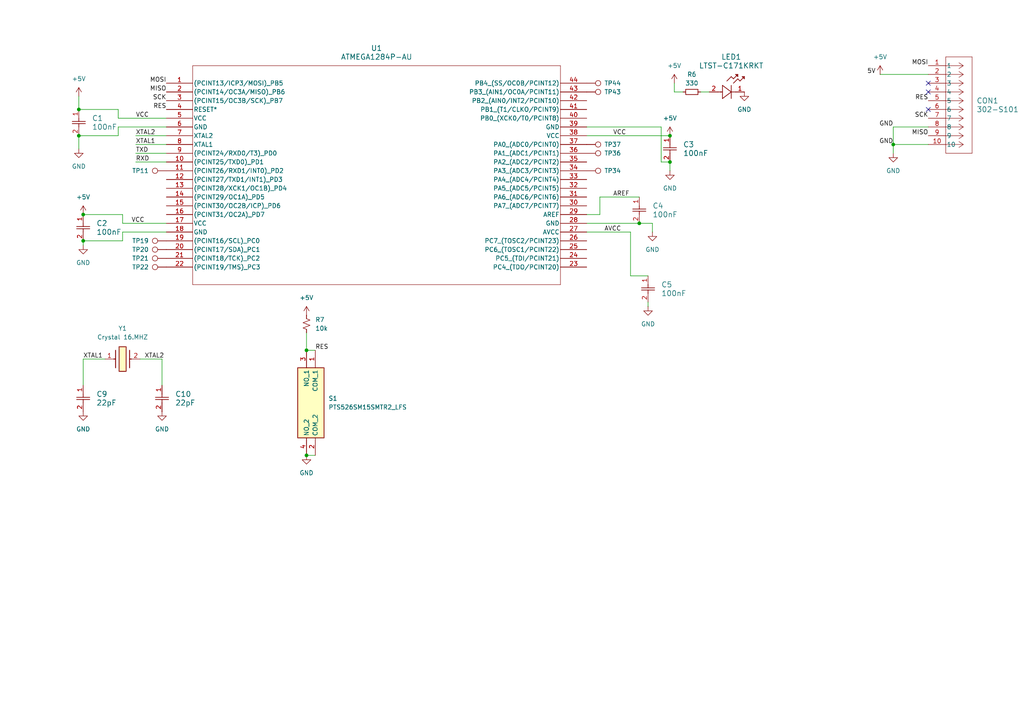
<source format=kicad_sch>
(kicad_sch (version 20250114) (generator "eeschema") (generator_version "9.0")
  (paper "A4")
  (lib_symbols
    (symbol "Connector:TestPoint" (pin_numbers (hide yes)) (pin_names (offset 0.762) (hide yes))
      (property "Reference" "TP" (at 0 6.858 0))
      (property "Value" "TestPoint" (at 0 5.08 0))
      (symbol "TestPoint_0_1"
        (circle (center 0 3.302) (radius 0.762))
      )
      (symbol "TestPoint_1_1"
        (pin passive line (at 0 0 90) (length 2.54) (name "1") (number "1"))
      )
    )
    (symbol "Device:R_Small_US" (pin_numbers (hide yes)) (pin_names (offset 0.254) (hide yes))
      (property "Reference" "R" (at 0.762 0.508 0))
      (property "Value" "R_Small_US" (at 0.762 -1.016 0))
      (symbol "R_Small_US_1_1"
        (polyline (pts (xy 0 1.524) (xy 1.016 1.143) (xy 0 0.762) (xy -1.016 0.381) (xy 0 0)))
        (polyline (pts (xy 0 0) (xy 1.016 -0.381) (xy 0 -0.762) (xy -1.016 -1.143) (xy 0 -1.524)))
        (pin passive line (at 0 2.54 270) (length 1.016) (name "~") (number "1"))
        (pin passive line (at 0 -2.54 90) (length 1.016) (name "~") (number "2"))
      )
    )
    (symbol "power:+5V" (power) (pin_numbers (hide yes)) (pin_names (offset 0) (hide yes))
      (property "Value" "+5V" (at 0 3.556 0))
      (symbol "+5V_0_1"
        (polyline (pts (xy -0.762 1.27) (xy 0 2.54)))
        (polyline (pts (xy 0 2.54) (xy 0.762 1.27)))
        (polyline (pts (xy 0 0) (xy 0 2.54)))
      )
      (symbol "+5V_1_1"
        (pin power_in line (at 0 0 90) (length 0) (name "~") (number "1"))
      )
    )
    (symbol "power:GND" (power) (pin_numbers (hide yes)) (pin_names (offset 0) (hide yes))
      (property "Value" "GND" (at 0 -3.81 0))
      (symbol "GND_0_1"
        (polyline (pts (xy 0 0) (xy 0 -1.27) (xy 1.27 -1.27) (xy 0 -2.54) (xy -1.27 -1.27) (xy 0 -1.27)))
      )
      (symbol "GND_1_1"
        (pin power_in line (at 0 0 270) (length 0) (name "~") (number "1"))
      )
    )
    (symbol "scott_library_kk9:302-S101" (pin_names (offset 0.254))
      (property "Reference" "CON" (at 8.89 6.35 0))
      (property "Value" "302-S101" (at 0 0 0))
      (symbol "302-S101_1_1"
        (polyline (pts (xy 5.08 2.54) (xy 5.08 -25.4)) (stroke (width 0.127)))
        (polyline (pts (xy 5.08 -25.4) (xy 12.7 -25.4)) (stroke (width 0.127)))
        (polyline (pts (xy 10.16 0) (xy 5.08 0)) (stroke (width 0.127)))
        (polyline (pts (xy 10.16 0) (xy 8.89 0.8467)) (stroke (width 0.127)))
        (polyline (pts (xy 10.16 0) (xy 8.89 -0.8467)) (stroke (width 0.127)))
        (polyline (pts (xy 10.16 -2.54) (xy 5.08 -2.54)) (stroke (width 0.127)))
        (polyline (pts (xy 10.16 -2.54) (xy 8.89 -1.6933)) (stroke (width 0.127)))
        (polyline (pts (xy 10.16 -2.54) (xy 8.89 -3.3867)) (stroke (width 0.127)))
        (polyline (pts (xy 10.16 -5.08) (xy 5.08 -5.08)) (stroke (width 0.127)))
        (polyline (pts (xy 10.16 -5.08) (xy 8.89 -4.2333)) (stroke (width 0.127)))
        (polyline (pts (xy 10.16 -5.08) (xy 8.89 -5.9267)) (stroke (width 0.127)))
        (polyline (pts (xy 10.16 -7.62) (xy 5.08 -7.62)) (stroke (width 0.127)))
        (polyline (pts (xy 10.16 -7.62) (xy 8.89 -6.7733)) (stroke (width 0.127)))
        (polyline (pts (xy 10.16 -7.62) (xy 8.89 -8.4667)) (stroke (width 0.127)))
        (polyline (pts (xy 10.16 -10.16) (xy 5.08 -10.16)) (stroke (width 0.127)))
        (polyline (pts (xy 10.16 -10.16) (xy 8.89 -9.3133)) (stroke (width 0.127)))
        (polyline (pts (xy 10.16 -10.16) (xy 8.89 -11.0067)) (stroke (width 0.127)))
        (polyline (pts (xy 10.16 -12.7) (xy 5.08 -12.7)) (stroke (width 0.127)))
        (polyline (pts (xy 10.16 -12.7) (xy 8.89 -11.8533)) (stroke (width 0.127)))
        (polyline (pts (xy 10.16 -12.7) (xy 8.89 -13.5467)) (stroke (width 0.127)))
        (polyline (pts (xy 10.16 -15.24) (xy 5.08 -15.24)) (stroke (width 0.127)))
        (polyline (pts (xy 10.16 -15.24) (xy 8.89 -14.3933)) (stroke (width 0.127)))
        (polyline (pts (xy 10.16 -15.24) (xy 8.89 -16.0867)) (stroke (width 0.127)))
        (polyline (pts (xy 10.16 -17.78) (xy 5.08 -17.78)) (stroke (width 0.127)))
        (polyline (pts (xy 10.16 -17.78) (xy 8.89 -16.9333)) (stroke (width 0.127)))
        (polyline (pts (xy 10.16 -17.78) (xy 8.89 -18.6267)) (stroke (width 0.127)))
        (polyline (pts (xy 10.16 -20.32) (xy 5.08 -20.32)) (stroke (width 0.127)))
        (polyline (pts (xy 10.16 -20.32) (xy 8.89 -19.4733)) (stroke (width 0.127)))
        (polyline (pts (xy 10.16 -20.32) (xy 8.89 -21.1667)) (stroke (width 0.127)))
        (polyline (pts (xy 10.16 -22.86) (xy 5.08 -22.86)) (stroke (width 0.127)))
        (polyline (pts (xy 10.16 -22.86) (xy 8.89 -22.0133)) (stroke (width 0.127)))
        (polyline (pts (xy 10.16 -22.86) (xy 8.89 -23.7067)) (stroke (width 0.127)))
        (polyline (pts (xy 12.7 2.54) (xy 5.08 2.54)) (stroke (width 0.127)))
        (polyline (pts (xy 12.7 -25.4) (xy 12.7 2.54)) (stroke (width 0.127)))
        (pin unspecified line (at 0 0 0) (length 5.08) (name "1") (number "1"))
        (pin unspecified line (at 0 -2.54 0) (length 5.08) (name "2") (number "2"))
        (pin unspecified line (at 0 -5.08 0) (length 5.08) (name "3") (number "3"))
        (pin unspecified line (at 0 -7.62 0) (length 5.08) (name "4") (number "4"))
        (pin unspecified line (at 0 -10.16 0) (length 5.08) (name "5") (number "5"))
        (pin unspecified line (at 0 -12.7 0) (length 5.08) (name "6") (number "6"))
        (pin unspecified line (at 0 -15.24 0) (length 5.08) (name "7") (number "7"))
        (pin unspecified line (at 0 -17.78 0) (length 5.08) (name "8") (number "8"))
        (pin unspecified line (at 0 -20.32 0) (length 5.08) (name "9") (number "9"))
        (pin unspecified line (at 0 -22.86 0) (length 5.08) (name "10") (number "10"))
      )
      (symbol "302-S101_1_2"
        (polyline (pts (xy 5.08 2.54) (xy 5.08 -25.4)) (stroke (width 0.127)))
        (polyline (pts (xy 5.08 -25.4) (xy 12.7 -25.4)) (stroke (width 0.127)))
        (polyline (pts (xy 7.62 0) (xy 5.08 0)) (stroke (width 0.127)))
        (polyline (pts (xy 7.62 0) (xy 8.89 0.8467)) (stroke (width 0.127)))
        (polyline (pts (xy 7.62 0) (xy 8.89 -0.8467)) (stroke (width 0.127)))
        (polyline (pts (xy 7.62 -2.54) (xy 5.08 -2.54)) (stroke (width 0.127)))
        (polyline (pts (xy 7.62 -2.54) (xy 8.89 -1.6933)) (stroke (width 0.127)))
        (polyline (pts (xy 7.62 -2.54) (xy 8.89 -3.3867)) (stroke (width 0.127)))
        (polyline (pts (xy 7.62 -5.08) (xy 5.08 -5.08)) (stroke (width 0.127)))
        (polyline (pts (xy 7.62 -5.08) (xy 8.89 -4.2333)) (stroke (width 0.127)))
        (polyline (pts (xy 7.62 -5.08) (xy 8.89 -5.9267)) (stroke (width 0.127)))
        (polyline (pts (xy 7.62 -7.62) (xy 5.08 -7.62)) (stroke (width 0.127)))
        (polyline (pts (xy 7.62 -7.62) (xy 8.89 -6.7733)) (stroke (width 0.127)))
        (polyline (pts (xy 7.62 -7.62) (xy 8.89 -8.4667)) (stroke (width 0.127)))
        (polyline (pts (xy 7.62 -10.16) (xy 5.08 -10.16)) (stroke (width 0.127)))
        (polyline (pts (xy 7.62 -10.16) (xy 8.89 -9.3133)) (stroke (width 0.127)))
        (polyline (pts (xy 7.62 -10.16) (xy 8.89 -11.0067)) (stroke (width 0.127)))
        (polyline (pts (xy 7.62 -12.7) (xy 5.08 -12.7)) (stroke (width 0.127)))
        (polyline (pts (xy 7.62 -12.7) (xy 8.89 -11.8533)) (stroke (width 0.127)))
        (polyline (pts (xy 7.62 -12.7) (xy 8.89 -13.5467)) (stroke (width 0.127)))
        (polyline (pts (xy 7.62 -15.24) (xy 5.08 -15.24)) (stroke (width 0.127)))
        (polyline (pts (xy 7.62 -15.24) (xy 8.89 -14.3933)) (stroke (width 0.127)))
        (polyline (pts (xy 7.62 -15.24) (xy 8.89 -16.0867)) (stroke (width 0.127)))
        (polyline (pts (xy 7.62 -17.78) (xy 5.08 -17.78)) (stroke (width 0.127)))
        (polyline (pts (xy 7.62 -17.78) (xy 8.89 -16.9333)) (stroke (width 0.127)))
        (polyline (pts (xy 7.62 -17.78) (xy 8.89 -18.6267)) (stroke (width 0.127)))
        (polyline (pts (xy 7.62 -20.32) (xy 5.08 -20.32)) (stroke (width 0.127)))
        (polyline (pts (xy 7.62 -20.32) (xy 8.89 -19.4733)) (stroke (width 0.127)))
        (polyline (pts (xy 7.62 -20.32) (xy 8.89 -21.1667)) (stroke (width 0.127)))
        (polyline (pts (xy 7.62 -22.86) (xy 5.08 -22.86)) (stroke (width 0.127)))
        (polyline (pts (xy 7.62 -22.86) (xy 8.89 -22.0133)) (stroke (width 0.127)))
        (polyline (pts (xy 7.62 -22.86) (xy 8.89 -23.7067)) (stroke (width 0.127)))
        (polyline (pts (xy 12.7 2.54) (xy 5.08 2.54)) (stroke (width 0.127)))
        (polyline (pts (xy 12.7 -25.4) (xy 12.7 2.54)) (stroke (width 0.127)))
        (pin unspecified line (at 0 0 0) (length 5.08) (name "1") (number "1"))
        (pin unspecified line (at 0 -2.54 0) (length 5.08) (name "2") (number "2"))
        (pin unspecified line (at 0 -5.08 0) (length 5.08) (name "3") (number "3"))
        (pin unspecified line (at 0 -7.62 0) (length 5.08) (name "4") (number "4"))
        (pin unspecified line (at 0 -10.16 0) (length 5.08) (name "5") (number "5"))
        (pin unspecified line (at 0 -12.7 0) (length 5.08) (name "6") (number "6"))
        (pin unspecified line (at 0 -15.24 0) (length 5.08) (name "7") (number "7"))
        (pin unspecified line (at 0 -17.78 0) (length 5.08) (name "8") (number "8"))
        (pin unspecified line (at 0 -20.32 0) (length 5.08) (name "9") (number "9"))
        (pin unspecified line (at 0 -22.86 0) (length 5.08) (name "10") (number "10"))
      )
    )
    (symbol "scott_library_kk9:5.1k RES" (pin_names (offset 0.254))
      (property "Reference" "R" (at 5.715 3.81 0))
      (property "Value" "5.1k" (at 6.35 -3.81 0))
      (symbol "5.1k RES_1_1"
        (polyline (pts (xy 2.54 0) (xy 3.175 1.27)) (stroke (width 0.2032)))
        (polyline (pts (xy 3.175 1.27) (xy 4.445 -1.27)) (stroke (width 0.2032)))
        (polyline (pts (xy 4.445 -1.27) (xy 5.715 1.27)) (stroke (width 0.2032)))
        (polyline (pts (xy 5.715 1.27) (xy 6.985 -1.27)) (stroke (width 0.2032)))
        (polyline (pts (xy 6.985 -1.27) (xy 8.255 1.27)) (stroke (width 0.2032)))
        (polyline (pts (xy 8.255 1.27) (xy 9.525 -1.27)) (stroke (width 0.2032)))
        (polyline (pts (xy 9.525 -1.27) (xy 10.16 0)) (stroke (width 0.2032)))
        (pin unspecified line (at 0 0 0) (length 2.54) (name "") (number "2"))
        (pin unspecified line (at 12.7 0 180) (length 2.54) (name "") (number "1"))
      )
      (symbol "5.1k RES_1_2"
        (polyline (pts (xy -1.27 8.255) (xy 1.27 9.525)) (stroke (width 0.2032)))
        (polyline (pts (xy -1.27 5.715) (xy 1.27 6.985)) (stroke (width 0.2032)))
        (polyline (pts (xy -1.27 3.175) (xy 1.27 4.445)) (stroke (width 0.2032)))
        (polyline (pts (xy 0 2.54) (xy -1.27 3.175)) (stroke (width 0.2032)))
        (polyline (pts (xy 1.27 9.525) (xy 0 10.16)) (stroke (width 0.2032)))
        (polyline (pts (xy 1.27 6.985) (xy -1.27 8.255)) (stroke (width 0.2032)))
        (polyline (pts (xy 1.27 4.445) (xy -1.27 5.715)) (stroke (width 0.2032)))
        (pin unspecified line (at 0 12.7 270) (length 2.54) (name "") (number "1"))
        (pin unspecified line (at 0 0 90) (length 2.54) (name "") (number "2"))
      )
    )
    (symbol "scott_library_kk9:ATMEGA1284P-AU" (pin_names (offset 0.254))
      (property "Reference" "U" (at 60.96 10.16 0))
      (property "Value" "ATMEGA1284P-AU" (at 60.96 7.62 0))
      (symbol "ATMEGA1284P-AU_0_1"
        (polyline (pts (xy 7.62 5.08) (xy 7.62 -58.42)) (stroke (width 0.127)))
        (polyline (pts (xy 7.62 -58.42) (xy 114.3 -58.42)) (stroke (width 0.127)))
        (polyline (pts (xy 114.3 5.08) (xy 7.62 5.08)) (stroke (width 0.127)))
        (polyline (pts (xy 114.3 -58.42) (xy 114.3 5.08)) (stroke (width 0.127)))
        (pin bidirectional line (at 0 0 0) (length 7.62) (name "(PCINT13/ICP3/MOSI)_PB5") (number "1"))
        (pin bidirectional line (at 0 -2.54 0) (length 7.62) (name "(PCINT14/OC3A/MISO)_PB6") (number "2"))
        (pin bidirectional line (at 0 -5.08 0) (length 7.62) (name "(PCINT15/OC3B/SCK)_PB7") (number "3"))
        (pin input line (at 0 -7.62 0) (length 7.62) (name "RESET*") (number "4"))
        (pin power_in line (at 0 -10.16 0) (length 7.62) (name "VCC") (number "5"))
        (pin power_in line (at 0 -12.7 0) (length 7.62) (name "GND") (number "6"))
        (pin unspecified line (at 0 -15.24 0) (length 7.62) (name "XTAL2") (number "7"))
        (pin input line (at 0 -17.78 0) (length 7.62) (name "XTAL1") (number "8"))
        (pin bidirectional line (at 0 -20.32 0) (length 7.62) (name "(PCINT24/RXD0/T3)_PD0") (number "9"))
        (pin bidirectional line (at 0 -22.86 0) (length 7.62) (name "(PCINT25/TXD0)_PD1") (number "10"))
        (pin bidirectional line (at 0 -25.4 0) (length 7.62) (name "(PCINT26/RXD1/INT0)_PD2") (number "11"))
        (pin bidirectional line (at 0 -27.94 0) (length 7.62) (name "(PCINT27/TXD1/INT1)_PD3") (number "12"))
        (pin bidirectional line (at 0 -30.48 0) (length 7.62) (name "(PCINT28/XCK1/OC1B)_PD4") (number "13"))
        (pin bidirectional line (at 0 -33.02 0) (length 7.62) (name "(PCINT29/OC1A)_PD5") (number "14"))
        (pin bidirectional line (at 0 -35.56 0) (length 7.62) (name "(PCINT30/OC2B/ICP)_PD6") (number "15"))
        (pin bidirectional line (at 0 -38.1 0) (length 7.62) (name "(PCINT31/OC2A)_PD7") (number "16"))
        (pin power_in line (at 0 -40.64 0) (length 7.62) (name "VCC") (number "17"))
        (pin power_in line (at 0 -43.18 0) (length 7.62) (name "GND") (number "18"))
        (pin bidirectional line (at 0 -45.72 0) (length 7.62) (name "(PCINT16/SCL)_PC0") (number "19"))
        (pin bidirectional line (at 0 -48.26 0) (length 7.62) (name "(PCINT17/SDA)_PC1") (number "20"))
        (pin bidirectional line (at 0 -50.8 0) (length 7.62) (name "(PCINT18/TCK)_PC2") (number "21"))
        (pin bidirectional line (at 0 -53.34 0) (length 7.62) (name "(PCINT19/TMS)_PC3") (number "22"))
        (pin bidirectional line (at 121.92 0 180) (length 7.62) (name "PB4_(SS/OC0B/PCINT12)") (number "44"))
        (pin bidirectional line (at 121.92 -2.54 180) (length 7.62) (name "PB3_(AIN1/OC0A/PCINT11)") (number "43"))
        (pin bidirectional line (at 121.92 -5.08 180) (length 7.62) (name "PB2_(AIN0/INT2/PCINT10)") (number "42"))
        (pin bidirectional line (at 121.92 -7.62 180) (length 7.62) (name "PB1_(T1/CLKO/PCINT9)") (number "41"))
        (pin bidirectional line (at 121.92 -10.16 180) (length 7.62) (name "PB0_(XCK0/T0/PCINT8)") (number "40"))
        (pin power_in line (at 121.92 -12.7 180) (length 7.62) (name "GND") (number "39"))
        (pin power_in line (at 121.92 -15.24 180) (length 7.62) (name "VCC") (number "38"))
        (pin bidirectional line (at 121.92 -17.78 180) (length 7.62) (name "PA0_(ADC0/PCINT0)") (number "37"))
        (pin bidirectional line (at 121.92 -20.32 180) (length 7.62) (name "PA1_(ADC1/PCINT1)") (number "36"))
        (pin bidirectional line (at 121.92 -22.86 180) (length 7.62) (name "PA2_(ADC2/PCINT2)") (number "35"))
        (pin bidirectional line (at 121.92 -25.4 180) (length 7.62) (name "PA3_(ADC3/PCINT3)") (number "34"))
        (pin bidirectional line (at 121.92 -27.94 180) (length 7.62) (name "PA4_(ADC4/PCINT4)") (number "33"))
        (pin bidirectional line (at 121.92 -30.48 180) (length 7.62) (name "PA5_(ADC5/PCINT5)") (number "32"))
        (pin bidirectional line (at 121.92 -33.02 180) (length 7.62) (name "PA6_(ADC6/PCINT6)") (number "31"))
        (pin bidirectional line (at 121.92 -35.56 180) (length 7.62) (name "PA7_(ADC7/PCINT7)") (number "30"))
        (pin unspecified line (at 121.92 -38.1 180) (length 7.62) (name "AREF") (number "29"))
        (pin power_in line (at 121.92 -40.64 180) (length 7.62) (name "GND") (number "28"))
        (pin power_in line (at 121.92 -43.18 180) (length 7.62) (name "AVCC") (number "27"))
        (pin bidirectional line (at 121.92 -45.72 180) (length 7.62) (name "PC7_(TOSC2/PCINT23)") (number "26"))
        (pin bidirectional line (at 121.92 -48.26 180) (length 7.62) (name "PC6_(TOSC1/PCINT22)") (number "25"))
        (pin bidirectional line (at 121.92 -50.8 180) (length 7.62) (name "PC5_(TDI/PCINT21)") (number "24"))
        (pin bidirectional line (at 121.92 -53.34 180) (length 7.62) (name "PC4_(TDO/PCINT20)") (number "23"))
      )
    )
    (symbol "scott_library_kk9:C1206C104K5RACTU" (pin_names (offset 0.254))
      (property "Reference" "C" (at 3.81 3.81 0))
      (property "Value" "100nF" (at 3.81 -3.81 0))
      (symbol "C1206C104K5RACTU_1_1"
        (polyline (pts (xy 2.54 0) (xy 3.4798 0)) (stroke (width 0.2032)))
        (polyline (pts (xy 3.4798 -1.905) (xy 3.4798 1.905)) (stroke (width 0.2032)))
        (polyline (pts (xy 4.1148 0) (xy 5.08 0)) (stroke (width 0.2032)))
        (polyline (pts (xy 4.1148 -1.905) (xy 4.1148 1.905)) (stroke (width 0.2032)))
        (pin unspecified line (at 0 0 0) (length 2.54) (name "") (number "1"))
        (pin unspecified line (at 7.62 0 180) (length 2.54) (name "") (number "2"))
      )
      (symbol "C1206C104K5RACTU_1_2"
        (polyline (pts (xy -1.905 -3.4798) (xy 1.905 -3.4798)) (stroke (width 0.2032)))
        (polyline (pts (xy -1.905 -4.1148) (xy 1.905 -4.1148)) (stroke (width 0.2032)))
        (polyline (pts (xy 0 -2.54) (xy 0 -3.4798)) (stroke (width 0.2032)))
        (polyline (pts (xy 0 -4.1148) (xy 0 -5.08)) (stroke (width 0.2032)))
        (pin unspecified line (at 0 0 270) (length 2.54) (name "") (number "1"))
        (pin unspecified line (at 0 -7.62 90) (length 2.54) (name "") (number "2"))
      )
    )
    (symbol "scott_library_kk9:Crystal 16.MHZ " (pin_names (hide yes))
      (property "Reference" "Y" (at 8.89 6.35 0))
      (property "Value" "Crystal 16.MHZ" (at 8.89 3.81 0))
      (symbol "Crystal 16.MHZ _1_1"
        (polyline (pts (xy 3.048 2.54) (xy 3.048 -2.54)) (stroke (width 0.254)))
        (polyline (pts (xy 3.048 0) (xy 2.54 0)) (stroke (width 0.254)))
        (rectangle (start 4.064 3.556) (end 6.096 -3.556) (stroke (width 0.254)) (fill (type background)))
        (polyline (pts (xy 7.112 2.54) (xy 7.112 -2.54)) (stroke (width 0.254)))
        (polyline (pts (xy 7.112 0) (xy 7.62 0)) (stroke (width 0.254)))
        (pin passive line (at 0 0 0) (length 2.54) (name "1") (number "1"))
        (pin passive line (at 10.16 0 180) (length 2.54) (name "2") (number "2"))
      )
    )
    (symbol "scott_library_kk9:LED_RED_0805" (pin_names (offset 0.254))
      (property "Reference" "LED" (at 5.08 -4.445 0))
      (property "Value" "LTST-C171KRKT" (at 5.08 -7.62 0))
      (symbol "LED_RED_0805_1_1"
        (polyline (pts (xy 2.54 0) (xy 3.4798 0)) (stroke (width 0.2032)))
        (polyline (pts (xy 3.175 0) (xy 3.81 0)) (stroke (width 0.2032)))
        (polyline (pts (xy 3.81 1.905) (xy 3.81 -1.905)) (stroke (width 0.2032)))
        (polyline (pts (xy 3.81 -1.905) (xy 6.35 0)) (stroke (width 0.2032)))
        (polyline (pts (xy 5.08 3.175) (xy 6.35 4.445)) (stroke (width 0.2032)))
        (polyline (pts (xy 6.35 4.445) (xy 6.985 3.81)) (stroke (width 0.2032)))
        (polyline (pts (xy 6.35 0) (xy 3.81 1.905)) (stroke (width 0.2032)))
        (polyline (pts (xy 6.35 0) (xy 7.62 0)) (stroke (width 0.2032)))
        (polyline (pts (xy 6.35 -1.905) (xy 6.35 1.905)) (stroke (width 0.2032)))
        (polyline (pts (xy 6.985 3.81) (xy 8.255 5.08)) (stroke (width 0.2032)))
        (polyline (pts (xy 6.985 2.54) (xy 8.255 3.81)) (stroke (width 0.2032)))
        (polyline (pts (xy 7.62 5.08) (xy 8.255 4.445)) (stroke (width 0.2032)))
        (polyline (pts (xy 8.255 5.08) (xy 7.62 5.08)) (stroke (width 0.2032)))
        (polyline (pts (xy 8.255 4.445) (xy 8.255 5.08)) (stroke (width 0.2032)))
        (polyline (pts (xy 8.255 3.81) (xy 8.89 3.175)) (stroke (width 0.2032)))
        (polyline (pts (xy 8.89 3.175) (xy 10.16 4.445)) (stroke (width 0.2032)))
        (polyline (pts (xy 9.525 4.445) (xy 10.16 3.81)) (stroke (width 0.2032)))
        (polyline (pts (xy 10.16 4.445) (xy 9.525 4.445)) (stroke (width 0.2032)))
        (polyline (pts (xy 10.16 3.81) (xy 10.16 4.445)) (stroke (width 0.2032)))
        (pin unspecified line (at 0 0 0) (length 2.54) (name "") (number "2"))
        (pin unspecified line (at 10.16 0 180) (length 2.54) (name "") (number "1"))
      )
      (symbol "LED_RED_0805_1_2"
        (polyline (pts (xy -5.08 8.255) (xy -5.08 7.62)) (stroke (width 0.2032)))
        (polyline (pts (xy -5.08 7.62) (xy -4.445 8.255)) (stroke (width 0.2032)))
        (polyline (pts (xy -4.445 10.16) (xy -4.445 9.525)) (stroke (width 0.2032)))
        (polyline (pts (xy -4.445 9.525) (xy -3.81 10.16)) (stroke (width 0.2032)))
        (polyline (pts (xy -4.445 8.255) (xy -5.08 8.255)) (stroke (width 0.2032)))
        (polyline (pts (xy -4.445 6.35) (xy -3.81 6.985)) (stroke (width 0.2032)))
        (polyline (pts (xy -3.81 10.16) (xy -4.445 10.16)) (stroke (width 0.2032)))
        (polyline (pts (xy -3.81 8.255) (xy -3.175 8.89)) (stroke (width 0.2032)))
        (polyline (pts (xy -3.81 6.985) (xy -5.08 8.255)) (stroke (width 0.2032)))
        (polyline (pts (xy -3.175 8.89) (xy -4.445 10.16)) (stroke (width 0.2032)))
        (polyline (pts (xy -3.175 5.08) (xy -4.445 6.35)) (stroke (width 0.2032)))
        (polyline (pts (xy -2.54 6.985) (xy -3.81 8.255)) (stroke (width 0.2032)))
        (polyline (pts (xy -1.905 3.81) (xy 1.905 3.81)) (stroke (width 0.2032)))
        (polyline (pts (xy 0 6.35) (xy -1.905 3.81)) (stroke (width 0.2032)))
        (polyline (pts (xy 0 6.35) (xy 0 7.62)) (stroke (width 0.2032)))
        (polyline (pts (xy 0 3.175) (xy 0 3.81)) (stroke (width 0.2032)))
        (polyline (pts (xy 0 2.54) (xy 0 3.4798)) (stroke (width 0.2032)))
        (polyline (pts (xy 1.905 6.35) (xy -1.905 6.35)) (stroke (width 0.2032)))
        (polyline (pts (xy 1.905 3.81) (xy 0 6.35)) (stroke (width 0.2032)))
        (pin unspecified line (at 0 10.16 270) (length 2.54) (name "") (number "1"))
        (pin unspecified line (at 0 0 90) (length 2.54) (name "") (number "2"))
      )
    )
    (symbol "scott_library_kk9:R_Small" (pin_numbers (hide yes)) (pin_names (offset 0.254) (hide yes))
      (property "Reference" "R3" (at 3.556 0.508 90))
      (property "Value" "33k" (at 6.096 0.508 90))
      (symbol "R_Small_0_1"
        (rectangle (start -0.762 1.778) (end 0.762 -1.778) (stroke (width 0.2032)))
      )
      (symbol "R_Small_1_1"
        (pin passive line (at 0 2.54 270) (length 0.762) (name "~") (number "1"))
        (pin passive line (at 0 -2.54 90) (length 0.762) (name "~") (number "2"))
      )
    )
    (symbol "scott_library_kk9:USB2.0_Serial" (pin_names (offset 1.016))
      (property "Reference" "U" (at -12.7304 25.4438 0))
      (property "Value" "FT231XS-U" (at -12.7114 -30.4954 0))
      (symbol "USB2.0_Serial_0_0"
        (rectangle (start -12.7 -25.4) (end 12.7 22.86) (stroke (width 0.254)) (fill (type background)))
        (pin input line (at -17.78 12.7 0) (length 5.08) (name "~{RESET}#") (number "14"))
        (pin input line (at -17.78 10.16 0) (length 5.08) (name "USBDM") (number "12"))
        (pin input line (at -17.78 7.62 0) (length 5.08) (name "USBDP") (number "11"))
        (pin input line (at -17.78 5.08 0) (length 5.08) (name "RXD") (number "4"))
        (pin input line (at -17.78 2.54 0) (length 5.08) (name "~{CTS}#") (number "9"))
        (pin input line (at -17.78 0 0) (length 5.08) (name "~{DSR}#") (number "7"))
        (pin input line (at -17.78 -2.54 0) (length 5.08) (name "~{DCD}#") (number "8"))
        (pin input line (at -17.78 -5.08 0) (length 5.08) (name "~{RI}#") (number "5"))
        (pin bidirectional line (at -17.78 -10.16 0) (length 5.08) (name "CBUS0") (number "18"))
        (pin bidirectional line (at -17.78 -12.7 0) (length 5.08) (name "CBUS1") (number "17"))
        (pin bidirectional line (at -17.78 -15.24 0) (length 5.08) (name "CBUS2") (number "10"))
        (pin bidirectional line (at -17.78 -17.78 0) (length 5.08) (name "CBUS3") (number "19"))
        (pin power_in line (at 17.78 20.32 180) (length 5.08) (name "VCC") (number "15"))
        (pin power_in line (at 17.78 17.78 180) (length 5.08) (name "VCCIO") (number "3"))
        (pin power_in line (at 17.78 15.24 180) (length 5.08) (name "3V3OUT") (number "13"))
        (pin output line (at 17.78 2.54 180) (length 5.08) (name "TXD") (number "20"))
        (pin output line (at 17.78 0 180) (length 5.08) (name "~{RTS}#") (number "2"))
        (pin output line (at 17.78 -2.54 180) (length 5.08) (name "~{DTR}#") (number "1"))
        (pin power_in line (at 17.78 -20.32 180) (length 5.08) (name "GND") (number "6"))
        (pin power_in line (at 17.78 -22.86 180) (length 5.08) (name "GND__1") (number "16"))
      )
    )
    (symbol "scott_library_kk9:USB4085-GF-A_REVB" (pin_names (offset 1.016))
      (property "Reference" "J" (at -5.08 18.288 0))
      (property "Value" "USB4085-GF-A_REVB" (at -5.08 -43.18 0))
      (symbol "USB4085-GF-A_REVB_0_0"
        (rectangle (start -5.08 -40.64) (end 5.08 17.78) (stroke (width 0.254)) (fill (type background)))
        (pin power_in line (at -10.16 15.24 0) (length 5.08) (name "VBUS") (number "A4"))
        (pin power_in line (at -10.16 12.7 0) (length 5.08) (name "VBUS__1") (number "A9"))
        (pin power_in line (at -10.16 10.16 0) (length 5.08) (name "VBUS__2") (number "B4"))
        (pin power_in line (at -10.16 7.62 0) (length 5.08) (name "VBUS__3") (number "B9"))
        (pin bidirectional line (at -10.16 2.54 0) (length 5.08) (name "CC1") (number "A5"))
        (pin bidirectional line (at -10.16 0 0) (length 5.08) (name "CC2") (number "B5"))
        (pin bidirectional line (at -10.16 -2.54 0) (length 5.08) (name "DP1") (number "A6"))
        (pin bidirectional line (at -10.16 -5.08 0) (length 5.08) (name "DP2") (number "B6"))
        (pin bidirectional line (at -10.16 -7.62 0) (length 5.08) (name "DN1") (number "A7"))
        (pin bidirectional line (at -10.16 -10.16 0) (length 5.08) (name "DN2") (number "B7"))
        (pin bidirectional line (at -10.16 -12.7 0) (length 5.08) (name "SBU1") (number "A8"))
        (pin bidirectional line (at -10.16 -15.24 0) (length 5.08) (name "SBU2") (number "B8"))
        (pin passive line (at -10.16 -20.32 0) (length 5.08) (name "SHELL") (number "S1"))
        (pin passive line (at -10.16 -22.86 0) (length 5.08) (name "SHELL__1") (number "S2"))
        (pin passive line (at -10.16 -25.4 0) (length 5.08) (name "SHELL__2") (number "S3"))
        (pin passive line (at -10.16 -27.94 0) (length 5.08) (name "SHELL__3") (number "S4"))
        (pin power_in line (at -10.16 -30.48 0) (length 5.08) (name "GND") (number "A1"))
        (pin power_in line (at -10.16 -33.02 0) (length 5.08) (name "GND__1") (number "A12"))
        (pin power_in line (at -10.16 -35.56 0) (length 5.08) (name "GND__2") (number "B1"))
        (pin power_in line (at -10.16 -38.1 0) (length 5.08) (name "GND__3") (number "B12"))
      )
    )
    (symbol "scott_library_kk9:sm_button"
      (property "Reference" "S" (at 26.67 7.62 0))
      (property "Value" "PTS526SM15SMTR2_LFS" (at 26.67 5.08 0))
      (symbol "sm_button_1_1"
        (rectangle (start 5.08 2.54) (end 25.4 -5.08) (stroke (width 0.254)) (fill (type background)))
        (pin passive line (at 0 0 0) (length 5.08) (name "COM_1") (number "1"))
        (pin passive line (at 0 -2.54 0) (length 5.08) (name "NO_1") (number "3"))
        (pin passive line (at 30.48 0 180) (length 5.08) (name "COM_2") (number "2"))
        (pin passive line (at 30.48 -2.54 180) (length 5.08) (name "NO_2") (number "4"))
      )
    )
  )
  (junction (at 455.93 127))
  (junction (at 459.74 144.78))
  (junction (at 430.53 139.7))
  (junction (at 455.93 129.54))
  (junction (at 24.13 69.85))
  (junction (at 88.9 101.6))
  (junction (at 455.93 172.72))
  (junction (at 455.93 124.46))
  (junction (at 455.93 167.64))
  (junction (at 194.31 39.37))
  (junction (at 363.22 189.23))
  (junction (at 459.74 149.86))
  (junction (at 455.93 162.56))
  (junction (at 455.93 177.8))
  (junction (at 24.13 62.23))
  (junction (at 194.31 46.99))
  (junction (at 259.08 41.91))
  (junction (at 365.76 146.05))
  (junction (at 455.93 170.18))
  (junction (at 185.42 64.77))
  (junction (at 455.93 165.1))
  (junction (at 22.86 39.37))
  (junction (at 455.93 175.26))
  (junction (at 22.86 31.75))
  (junction (at 88.9 132.08))
  (no_connect (at 327.66 171.45))
  (no_connect (at 327.66 168.91))
  (no_connect (at 327.66 176.53))
  (no_connect (at 459.74 154.94))
  (no_connect (at 363.22 151.13))
  (no_connect (at 459.74 152.4))
  (no_connect (at 269.24 31.75))
  (no_connect (at 327.66 163.83))
  (no_connect (at 327.66 184.15))
  (no_connect (at 269.24 26.67))
  (no_connect (at 327.66 181.61))
  (no_connect (at 327.66 166.37))
  (no_connect (at 269.24 24.13))
  (no_connect (at 327.66 179.07))
  (no_connect (at 327.66 153.67))
  (no_connect (at 363.22 166.37))
  (wire (pts (xy 459.74 160.02) (xy 455.93 160.02)))
  (wire (pts (xy 455.93 160.02) (xy 455.93 162.56)))
  (wire (pts (xy 34.29 36.83) (xy 48.26 36.83)))
  (wire (pts (xy 191.77 36.83) (xy 191.77 46.99)))
  (wire (pts (xy 170.18 64.77) (xy 185.42 64.77)))
  (wire (pts (xy 455.93 149.86) (xy 459.74 149.86)))
  (wire (pts (xy 34.29 34.29) (xy 48.26 34.29)))
  (wire (pts (xy 459.74 132.08) (xy 455.93 132.08)))
  (wire (pts (xy 455.93 144.78) (xy 459.74 144.78)))
  (wire (pts (xy 35.56 69.85) (xy 35.56 67.31)))
  (wire (pts (xy 203.2 26.67) (xy 205.74 26.67)))
  (wire (pts (xy 449.58 137.16) (xy 459.74 137.16)))
  (wire (pts (xy 34.29 31.75) (xy 34.29 34.29)))
  (wire (pts (xy 363.22 168.91) (xy 370.84 168.91)))
  (wire (pts (xy 35.56 62.23) (xy 35.56 64.77)))
  (wire (pts (xy 195.58 24.13) (xy 195.58 26.67)))
  (wire (pts (xy 170.18 62.23) (xy 173.99 62.23)))
  (wire (pts (xy 455.93 165.1) (xy 455.93 167.64)))
  (wire (pts (xy 455.93 165.1) (xy 459.74 165.1)))
  (wire (pts (xy 430.53 137.16) (xy 430.53 139.7)))
  (wire (pts (xy 34.29 39.37) (xy 34.29 36.83)))
  (wire (pts (xy 455.93 129.54) (xy 455.93 127)))
  (wire (pts (xy 34.29 39.37) (xy 22.86 39.37)))
  (wire (pts (xy 317.5 158.75) (xy 327.66 158.75)))
  (wire (pts (xy 363.22 186.69) (xy 363.22 189.23)))
  (wire (pts (xy 455.93 175.26) (xy 455.93 177.8)))
  (wire (pts (xy 40.64 104.14) (xy 46.99 104.14)))
  (wire (pts (xy 35.56 64.77) (xy 48.26 64.77)))
  (wire (pts (xy 455.93 124.46) (xy 459.74 124.46)))
  (wire (pts (xy 195.58 26.67) (xy 198.12 26.67)))
  (wire (pts (xy 459.74 144.78) (xy 459.74 142.24)))
  (wire (pts (xy 39.37 44.45) (xy 48.26 44.45)))
  (wire (pts (xy 259.08 36.83) (xy 269.24 36.83)))
  (wire (pts (xy 24.13 69.85) (xy 35.56 69.85)))
  (wire (pts (xy 22.86 31.75) (xy 34.29 31.75)))
  (wire (pts (xy 170.18 67.31) (xy 182.88 67.31)))
  (wire (pts (xy 88.9 101.6) (xy 91.44 101.6)))
  (wire (pts (xy 173.99 57.15) (xy 173.99 62.23)))
  (wire (pts (xy 459.74 170.18) (xy 455.93 170.18)))
  (wire (pts (xy 88.9 96.52) (xy 88.9 101.6)))
  (wire (pts (xy 365.76 146.05) (xy 363.22 146.05)))
  (wire (pts (xy 259.08 41.91) (xy 259.08 44.45)))
  (wire (pts (xy 46.99 104.14) (xy 46.99 111.76)))
  (wire (pts (xy 430.53 139.7) (xy 430.53 143.51)))
  (wire (pts (xy 365.76 148.59) (xy 365.76 146.05)))
  (wire (pts (xy 182.88 80.01) (xy 187.96 80.01)))
  (wire (pts (xy 455.93 172.72) (xy 459.74 172.72)))
  (wire (pts (xy 455.93 162.56) (xy 459.74 162.56)))
  (wire (pts (xy 459.74 139.7) (xy 449.58 139.7)))
  (wire (pts (xy 455.93 172.72) (xy 455.93 175.26)))
  (wire (pts (xy 455.93 177.8) (xy 459.74 177.8)))
  (wire (pts (xy 436.88 137.16) (xy 430.53 137.16)))
  (wire (pts (xy 455.93 129.54) (xy 459.74 129.54)))
  (wire (pts (xy 317.5 156.21) (xy 327.66 156.21)))
  (wire (pts (xy 35.56 67.31) (xy 48.26 67.31)))
  (wire (pts (xy 189.23 64.77) (xy 189.23 67.31)))
  (wire (pts (xy 24.13 111.76) (xy 24.13 104.14)))
  (wire (pts (xy 363.22 148.59) (xy 365.76 148.59)))
  (wire (pts (xy 39.37 39.37) (xy 48.26 39.37)))
  (wire (pts (xy 88.9 132.08) (xy 91.44 132.08)))
  (wire (pts (xy 259.08 36.83) (xy 259.08 41.91)))
  (wire (pts (xy 22.86 39.37) (xy 22.86 43.18)))
  (wire (pts (xy 187.96 88.9) (xy 187.96 87.63)))
  (wire (pts (xy 455.93 167.64) (xy 455.93 170.18)))
  (wire (pts (xy 170.18 36.83) (xy 191.77 36.83)))
  (wire (pts (xy 185.42 64.77) (xy 189.23 64.77)))
  (wire (pts (xy 365.76 189.23) (xy 363.22 189.23)))
  (wire (pts (xy 459.74 147.32) (xy 459.74 149.86)))
  (wire (pts (xy 39.37 41.91) (xy 48.26 41.91)))
  (wire (pts (xy 24.13 69.85) (xy 24.13 71.12)))
  (wire (pts (xy 455.93 132.08) (xy 455.93 129.54)))
  (wire (pts (xy 185.42 57.15) (xy 173.99 57.15)))
  (wire (pts (xy 194.31 49.53) (xy 194.31 46.99)))
  (wire (pts (xy 430.53 139.7) (xy 436.88 139.7)))
  (wire (pts (xy 24.13 104.14) (xy 30.48 104.14)))
  (wire (pts (xy 191.77 46.99) (xy 194.31 46.99)))
  (wire (pts (xy 170.18 39.37) (xy 194.31 39.37)))
  (wire (pts (xy 255.27 21.59) (xy 269.24 21.59)))
  (wire (pts (xy 455.93 127) (xy 455.93 124.46)))
  (wire (pts (xy 39.37 46.99) (xy 48.26 46.99)))
  (wire (pts (xy 455.93 162.56) (xy 455.93 165.1)))
  (wire (pts (xy 455.93 170.18) (xy 455.93 172.72)))
  (wire (pts (xy 259.08 41.91) (xy 269.24 41.91)))
  (wire (pts (xy 317.5 161.29) (xy 327.66 161.29)))
  (wire (pts (xy 363.22 163.83) (xy 368.3 163.83)))
  (wire (pts (xy 182.88 67.31) (xy 182.88 80.01)))
  (wire (pts (xy 455.93 167.64) (xy 459.74 167.64)))
  (wire (pts (xy 455.93 127) (xy 459.74 127)))
  (wire (pts (xy 378.46 168.91) (xy 387.35 168.91)))
  (wire (pts (xy 455.93 175.26) (xy 459.74 175.26)))
  (wire (pts (xy 24.13 62.23) (xy 35.56 62.23)))
  (wire (pts (xy 22.86 27.94) (xy 22.86 31.75)))
  (label "RES" (at 48.26 31.75 180))
  (label "VCC" (at 38.1 64.77 0))
  (label "D_P" (at 317.5 158.75 0))
  (label "RES" (at 387.35 168.91 180))
  (label "D_P" (at 455.93 144.78 180))
  (label "D_N" (at 317.5 156.21 0))
  (label "SCK" (at 48.26 29.21 180))
  (label "RES" (at 91.44 101.6 0))
  (label "MOSI" (at 269.24 19.05 180))
  (label "GND" (at 259.08 41.91 180))
  (label "AREF" (at 177.8 57.15 0))
  (label "TXD" (at 39.37 44.45 0))
  (label "RXD" (at 364.49 163.83 0))
  (label "5V" (at 254 21.59 180))
  (label "TXD" (at 317.5 161.29 0))
  (label "XTAL2" (at 39.37 39.37 0))
  (label "RES" (at 269.24 29.21 180))
  (label "MISO" (at 48.26 26.67 180))
  (label "XTAL2" (at 41.91 104.14 0))
  (label "VCC" (at 39.37 34.29 0))
  (label "AVCC" (at 175.26 67.31 0))
  (label "XTAL1" (at 24.13 104.14 0))
  (label "MISO" (at 269.24 39.37 180))
  (label "VCC" (at 177.8 39.37 0))
  (label "XTAL1" (at 39.37 41.91 0))
  (label "RXD" (at 39.37 46.99 0))
  (label "MOSI" (at 48.26 24.13 180))
  (label "SCK" (at 269.24 34.29 180))
  (label "D_N" (at 455.93 149.86 180))
  (label "GND" (at 259.08 36.83 180))
  (symbol (lib_id "Device:R_Small_US") (at 88.9 93.98 0) (unit 1)
    (property "Reference" "R7" (at 91.44 92.7099 0) (effects (justify left)))
    (property "Value" "10k" (at 91.44 95.2499 0) (effects (justify left)))
    (property "Footprint" "Resistor_SMD:R_2010_5025Metric" (effects (hide yes)))
    (property "Description" "Resistor, small US symbol" (effects (hide yes)))
  )
  (symbol (lib_id "power:GND") (at 46.99 119.38 0) (unit 1)
    (property "Reference" "#PWR030" (effects (hide yes)))
    (property "Value" "GND" (at 46.99 124.46 0))
    (property "Description" "Power symbol creates a global label with name \"GND\" , ground" (effects (hide yes)))
  )
  (symbol (lib_id "Connector:TestPoint") (at 170.18 44.45 270) (unit 1)
    (property "Reference" "TP36" (at 175.26 44.45 90) (effects (justify left)))
    (property "Value" "TestPoint" (effects (hide yes)))
    (property "Footprint" "TestPoint:TestPoint_Pad_2.0x2.0mm" (effects (hide yes)))
    (property "Description" "test point" (effects (hide yes)))
  )
  (symbol (lib_id "power:GND") (at 88.9 132.08 0) (unit 1)
    (property "Reference" "#PWR032" (effects (hide yes)))
    (property "Value" "GND" (at 88.9 137.16 0))
    (property "Description" "Power symbol creates a global label with name \"GND\" , ground" (effects (hide yes)))
  )
  (symbol (lib_id "scott_library_kk9:USB2.0_Serial") (at 345.44 166.37 0) (unit 1)
    (property "Reference" "U4" (at 345.44 139.7 0))
    (property "Value" "FT231XS-U" (at 345.44 142.24 0))
    (property "Footprint" "scott_footprint_library:USB2.0 Serial" (effects (hide yes)))
    (property "Description" "USB Bridge, USB to UART USB 2.0 UART Interface 20-SSOP" (effects (hide yes)))
    (property "PARTREV" "1.2" (effects (hide yes)))
    (property "STANDARD" "IPC-7351B" (effects (hide yes)))
    (property "SNAPEDA_PACKAGE_ID" "5544" (effects (hide yes)))
    (property "MANUFACTURER" "FTDI" (effects (hide yes)))
  )
  (symbol (lib_id "Connector:TestPoint") (at 48.26 77.47 90) (unit 1)
    (property "Reference" "TP22" (at 43.18 77.47 90) (effects (justify left)))
    (property "Value" "TestPoint" (effects (hide yes)))
    (property "Footprint" "TestPoint:TestPoint_Pad_2.0x2.0mm" (effects (hide yes)))
    (property "Description" "test point" (effects (hide yes)))
  )
  (symbol (lib_id "power:+5V") (at 88.9 91.44 0) (unit 1)
    (property "Reference" "#PWR031" (effects (hide yes)))
    (property "Value" "+5V" (at 88.9 86.36 0))
    (property "Description" "Power symbol creates a global label with name \"+5V\"" (effects (hide yes)))
  )
  (symbol (lib_id "scott_library_kk9:sm_button") (at 91.44 101.6 270) (unit 1)
    (property "Reference" "S1" (at 95.25 115.5699 90) (effects (justify left)))
    (property "Value" "PTS526SM15SMTR2_LFS" (at 95.25 118.1099 90) (effects (justify left)))
    (property "Footprint" "scott_footprint_library:small_button" (effects (hide yes)))
    (property "Datasheet" "https://www.ckswitches.com/media/2780/pts526.pdf" (effects (hide yes)))
    (property "Description" "Tactile Switches 50mA 12VDC, 5.2x5.2mm, 1.5mm H, 160gf, G leads, No ground pin, metal actuator" (effects (hide yes)))
    (property "Height" "1.65" (effects (hide yes)))
    (property "Mouser Part Number" "611-PTS526SM15SMTR2L" (effects (hide yes)))
    (property "Mouser Price/Stock" "https://www.mouser.co.uk/ProductDetail/CK/PTS526SM15SMTR2-LFS?qs=Imq1NPwxi75LpUh6FiCy2w%3D%3D" (effects (hide yes)))
    (property "Manufacturer_Name" "C & K COMPONENTS" (effects (hide yes)))
    (property "Manufacturer_Part_Number" "PTS526SM15SMTR2 LFS" (effects (hide yes)))
  )
  (symbol (lib_id "Connector:TestPoint") (at 48.26 49.53 90) (unit 1)
    (property "Reference" "TP11" (at 43.18 49.53 90) (effects (justify left)))
    (property "Value" "TestPoint" (effects (hide yes)))
    (property "Footprint" "TestPoint:TestPoint_Pad_2.0x2.0mm" (effects (hide yes)))
    (property "Description" "test point" (effects (hide yes)))
  )
  (symbol (lib_id "power:+5V") (at 195.58 24.13 0) (unit 1)
    (property "Reference" "#PWR028" (effects (hide yes)))
    (property "Value" "+5V" (at 195.58 19.05 0))
    (property "Description" "Power symbol creates a global label with name \"+5V\"" (effects (hide yes)))
  )
  (symbol (lib_id "scott_library_kk9:C1206C104K5RACTU") (at 370.84 168.91 0) (unit 1)
    (property "Reference" "C11" (at 371.094 166.116 0) (effects (font (size 1.524 1.524)) (justify left)))
    (property "Value" "100nF" (at 375.412 166.116 0) (effects (font (size 1.524 1.524)) (justify left)))
    (property "Footprint" "scott_footprint_library:CAPC340180_88N_KEM-L" (effects (hide yes)))
    (property "Datasheet" "https://content.kemet.com/datasheets/KEM_C1002_X7R_SMD.pdf" (effects (hide yes)))
    (property "Description" "1206 100nF CAP" (effects (hide yes)))
    (property "part_number" "C1206C104K5RACTU" (effects (hide yes)))
  )
  (symbol (lib_id "power:GND") (at 430.53 143.51 0) (unit 1)
    (property "Reference" "#PWR013" (effects (hide yes)))
    (property "Value" "GND" (at 430.53 148.59 0))
    (property "Description" "Power symbol creates a global label with name \"GND\" , ground" (effects (hide yes)))
  )
  (symbol (lib_id "power:GND") (at 187.96 88.9 0) (unit 1)
    (property "Reference" "#PWR08" (effects (hide yes)))
    (property "Value" "GND" (at 187.96 93.98 0))
    (property "Description" "Power symbol creates a global label with name \"GND\" , ground" (effects (hide yes)))
  )
  (symbol (lib_id "power:GND") (at 24.13 119.38 0) (unit 1)
    (property "Reference" "#PWR029" (effects (hide yes)))
    (property "Value" "GND" (at 24.13 124.46 0))
    (property "Description" "Power symbol creates a global label with name \"GND\" , ground" (effects (hide yes)))
  )
  (symbol (lib_id "scott_library_kk9:302-S101") (at 269.24 19.05 0) (unit 1)
    (property "Reference" "CON1" (at 283.21 29.2099 0) (effects (font (size 1.524 1.524)) (justify left)))
    (property "Value" "302-S101" (at 283.21 31.7499 0) (effects (font (size 1.524 1.524)) (justify left)))
    (property "Footprint" "scott_footprint_library:CONN10_302-S101_OST" (effects (hide yes)))
    (property "Datasheet" "302-S101" (effects (hide yes)))
    (property "Description" "10 pin header" (effects (hide yes)))
  )
  (symbol (lib_id "power:GND") (at 194.31 49.53 0) (unit 1)
    (property "Reference" "#PWR03" (effects (hide yes)))
    (property "Value" "GND" (at 194.31 54.61 0))
    (property "Description" "Power symbol creates a global label with name \"GND\" , ground" (effects (hide yes)))
  )
  (symbol (lib_id "Connector:TestPoint") (at 48.26 69.85 90) (unit 1)
    (property "Reference" "TP19" (at 43.18 69.85 90) (effects (justify left)))
    (property "Value" "TestPoint" (effects (hide yes)))
    (property "Footprint" "TestPoint:TestPoint_Pad_2.0x2.0mm" (effects (hide yes)))
    (property "Description" "test point" (effects (hide yes)))
  )
  (symbol (lib_id "scott_library_kk9:C1206C104K5RACTU") (at 46.99 111.76 270) (unit 1)
    (property "Reference" "C10" (at 50.8 114.2999 90) (effects (font (size 1.524 1.524)) (justify left)))
    (property "Value" "22pF" (at 50.8 116.8399 90) (effects (font (size 1.524 1.524)) (justify left)))
    (property "Footprint" "scott_footprint_library:CAPC340180_88N_KEM-L" (effects (hide yes)))
    (property "Datasheet" "https://content.kemet.com/datasheets/KEM_C1002_X7R_SMD.pdf" (effects (hide yes)))
    (property "Description" "1206 100nF CAP" (effects (hide yes)))
    (property "part_number" "C1206C104K5RACTU" (effects (hide yes)))
  )
  (symbol (lib_id "Connector:TestPoint") (at 170.18 41.91 270) (unit 1)
    (property "Reference" "TP37" (at 175.26 41.91 90) (effects (justify left)))
    (property "Value" "TestPoint" (effects (hide yes)))
    (property "Footprint" "TestPoint:TestPoint_Pad_2.0x2.0mm" (effects (hide yes)))
    (property "Description" "test point" (effects (hide yes)))
  )
  (symbol (lib_id "power:GND") (at 22.86 43.18 0) (unit 1)
    (property "Reference" "#PWR01" (effects (hide yes)))
    (property "Value" "GND" (at 22.86 48.26 0))
    (property "Description" "Power symbol creates a global label with name \"GND\" , ground" (effects (hide yes)))
  )
  (symbol (lib_id "scott_library_kk9:C1206C104K5RACTU") (at 187.96 80.01 270) (unit 1)
    (property "Reference" "C5" (at 191.77 82.5499 90) (effects (font (size 1.524 1.524)) (justify left)))
    (property "Value" "100nF" (at 191.77 85.0899 90) (effects (font (size 1.524 1.524)) (justify left)))
    (property "Footprint" "scott_footprint_library:CAPC340180_88N_KEM-L" (effects (hide yes)))
    (property "Datasheet" "https://content.kemet.com/datasheets/KEM_C1002_X7R_SMD.pdf" (effects (hide yes)))
    (property "Description" "1206 100nF CAP" (effects (hide yes)))
    (property "part_number" "C1206C104K5RACTU" (effects (hide yes)))
  )
  (symbol (lib_id "power:GND") (at 259.08 44.45 0) (unit 1)
    (property "Reference" "#PWR010" (effects (hide yes)))
    (property "Value" "GND" (at 259.08 49.53 0))
    (property "Description" "Power symbol creates a global label with name \"GND\" , ground" (effects (hide yes)))
  )
  (symbol (lib_id "power:+5V") (at 255.27 21.59 0) (unit 1)
    (property "Reference" "#PWR09" (effects (hide yes)))
    (property "Value" "+5V" (at 255.27 16.51 0))
    (property "Description" "Power symbol creates a global label with name \"+5V\"" (effects (hide yes)))
  )
  (symbol (lib_id "Connector:TestPoint") (at 170.18 49.53 270) (unit 1)
    (property "Reference" "TP34" (at 175.26 49.53 90) (effects (justify left)))
    (property "Value" "TestPoint" (effects (hide yes)))
    (property "Footprint" "TestPoint:TestPoint_Pad_2.0x2.0mm" (effects (hide yes)))
    (property "Description" "test point" (effects (hide yes)))
  )
  (symbol (lib_id "power:+5V") (at 365.76 146.05 0) (unit 1)
    (property "Reference" "#PWR033" (effects (hide yes)))
    (property "Value" "+5V" (at 365.76 140.97 0))
    (property "Description" "Power symbol creates a global label with name \"+5V\"" (effects (hide yes)))
  )
  (symbol (lib_id "Connector:TestPoint") (at 170.18 26.67 270) (unit 1)
    (property "Reference" "TP43" (at 175.26 26.67 90) (effects (justify left)))
    (property "Value" "TestPoint" (effects (hide yes)))
    (property "Footprint" "TestPoint:TestPoint_Pad_2.0x2.0mm" (effects (hide yes)))
    (property "Description" "test point" (effects (hide yes)))
  )
  (symbol (lib_id "scott_library_kk9:USB4085-GF-A_REVB") (at 469.9 139.7 0) (unit 1)
    (property "Reference" "J1" (at 476.25 149.8599 0) (effects (justify left)))
    (property "Value" "USB4085-GF-A_REVB" (at 476.25 152.3999 0) (effects (justify left)))
    (property "Footprint" "scott_footprint_library:GCT_USB4085-GF-A_REVB" (effects (hide yes)))
    (property "Description" "USB-C" (effects (hide yes)))
    (property "PARTREV" "B" (effects (hide yes)))
    (property "STANDARD" "Manufacturer Recommendations" (effects (hide yes)))
    (property "SNAPEDA_PN" "USB4085-GF-A" (effects (hide yes)))
    (property "MAXIMUM_PACKAGE_HEIGHT" "3.16mm" (effects (hide yes)))
    (property "MANUFACTURER" "Global Connector Technology" (effects (hide yes)))
  )
  (symbol (lib_id "scott_library_kk9:C1206C104K5RACTU") (at 194.31 39.37 270) (unit 1)
    (property "Reference" "C3" (at 198.12 41.9099 90) (effects (font (size 1.524 1.524)) (justify left)))
    (property "Value" "100nF" (at 198.12 44.4499 90) (effects (font (size 1.524 1.524)) (justify left)))
    (property "Footprint" "scott_footprint_library:CAPC340180_88N_KEM-L" (effects (hide yes)))
    (property "Datasheet" "https://content.kemet.com/datasheets/KEM_C1002_X7R_SMD.pdf" (effects (hide yes)))
    (property "Description" "1206 100nF CAP" (effects (hide yes)))
    (property "part_number" "C1206C104K5RACTU" (effects (hide yes)))
  )
  (symbol (lib_id "power:GND") (at 215.9 26.67 0) (unit 1)
    (property "Reference" "#PWR027" (effects (hide yes)))
    (property "Value" "GND" (at 215.9 31.75 0))
    (property "Description" "Power symbol creates a global label with name \"GND\" , ground" (effects (hide yes)))
  )
  (symbol (lib_id "power:+5V") (at 22.86 27.94 0) (unit 1)
    (property "Reference" "#PWR05" (effects (hide yes)))
    (property "Value" "+5V" (at 22.86 22.86 0))
    (property "Description" "Power symbol creates a global label with name \"+5V\"" (effects (hide yes)))
  )
  (symbol (lib_id "Connector:TestPoint") (at 48.26 72.39 90) (unit 1)
    (property "Reference" "TP20" (at 43.18 72.39 90) (effects (justify left)))
    (property "Value" "TestPoint" (effects (hide yes)))
    (property "Footprint" "TestPoint:TestPoint_Pad_2.0x2.0mm" (effects (hide yes)))
    (property "Description" "test point" (effects (hide yes)))
  )
  (symbol (lib_id "power:+5V") (at 24.13 62.23 0) (unit 1)
    (property "Reference" "#PWR06" (effects (hide yes)))
    (property "Value" "+5V" (at 24.13 57.15 0))
    (property "Description" "Power symbol creates a global label with name \"+5V\"" (effects (hide yes)))
  )
  (symbol (lib_id "scott_library_kk9:LED_RED_0805") (at 205.74 26.67 0) (unit 1)
    (property "Reference" "LED1" (at 212.09 16.51 0) (effects (font (size 1.524 1.524))))
    (property "Value" "LTST-C171KRKT" (at 212.09 19.05 0) (effects (font (size 1.524 1.524))))
    (property "Footprint" "scott_footprint_library:LED_RED_0805" (effects (hide yes)))
    (property "Datasheet" "LTST-C171KRKT" (effects (hide yes)))
    (property "Description" "Red 631nm LED Indication - Discrete 2V 0805 (2012 Metric)" (effects (hide yes)))
  )
  (symbol (lib_id "scott_library_kk9:C1206C104K5RACTU") (at 24.13 62.23 270) (unit 1)
    (property "Reference" "C2" (at 27.94 64.7699 90) (effects (font (size 1.524 1.524)) (justify left)))
    (property "Value" "100nF" (at 27.94 67.3099 90) (effects (font (size 1.524 1.524)) (justify left)))
    (property "Footprint" "scott_footprint_library:CAPC340180_88N_KEM-L" (effects (hide yes)))
    (property "Datasheet" "https://content.kemet.com/datasheets/KEM_C1002_X7R_SMD.pdf" (effects (hide yes)))
    (property "Description" "1206 100nF CAP" (effects (hide yes)))
    (property "part_number" "C1206C104K5RACTU" (effects (hide yes)))
  )
  (symbol (lib_id "power:GND") (at 455.93 177.8 0) (unit 1)
    (property "Reference" "#PWR011" (effects (hide yes)))
    (property "Value" "GND" (at 455.93 182.88 0))
    (property "Description" "Power symbol creates a global label with name \"GND\" , ground" (effects (hide yes)))
  )
  (symbol (lib_id "scott_library_kk9:ATMEGA1284P-AU") (at 48.26 24.13 0) (unit 1)
    (property "Reference" "U1" (at 109.22 13.97 0) (effects (font (size 1.524 1.524))))
    (property "Value" "ATMEGA1284P-AU" (at 109.22 16.51 0) (effects (font (size 1.524 1.524))))
    (property "Footprint" "scott_footprint_library:44A_ATM" (effects (hide yes)))
    (property "Datasheet" "ATMEGA1284P-AU" (effects (hide yes)))
  )
  (symbol (lib_id "power:GND") (at 24.13 71.12 0) (unit 1)
    (property "Reference" "#PWR02" (effects (hide yes)))
    (property "Value" "GND" (at 24.13 76.2 0))
    (property "Description" "Power symbol creates a global label with name \"GND\" , ground" (effects (hide yes)))
  )
  (symbol (lib_id "scott_library_kk9:R_Small") (at 200.66 26.67 90) (unit 1)
    (property "Reference" "R6" (at 200.66 21.59 90))
    (property "Value" "330" (at 200.66 24.13 90))
    (property "Footprint" "Resistor_SMD:R_0805_2012Metric_Pad1.20x1.40mm_HandSolder" (effects (hide yes)))
  )
  (symbol (lib_id "scott_library_kk9:C1206C104K5RACTU") (at 185.42 57.15 270) (unit 1)
    (property "Reference" "C4" (at 189.23 59.6899 90) (effects (font (size 1.524 1.524)) (justify left)))
    (property "Value" "100nF" (at 189.23 62.2299 90) (effects (font (size 1.524 1.524)) (justify left)))
    (property "Footprint" "scott_footprint_library:CAPC340180_88N_KEM-L" (effects (hide yes)))
    (property "Datasheet" "https://content.kemet.com/datasheets/KEM_C1002_X7R_SMD.pdf" (effects (hide yes)))
    (property "Description" "1206 100nF CAP" (effects (hide yes)))
    (property "part_number" "C1206C104K5RACTU" (effects (hide yes)))
  )
  (symbol (lib_id "scott_library_kk9:Crystal 16.MHZ ") (at 30.48 104.14 0) (unit 1)
    (property "Reference" "Y1" (at 35.56 95.25 0))
    (property "Value" "Crystal 16.MHZ" (at 35.56 97.79 0))
    (property "Footprint" "scott_footprint_library:Crystal 16MHz" (effects (hide yes)))
    (property "Datasheet" "https://abracon.com/Resonators/ABLS7M2.pdf" (effects (hide yes)))
    (property "Description" "SMD MICROPROCESSOR CRYSTAL ABLS7M2-16.000MHZ-D2Y-T" (effects (hide yes)))
    (property "Height" "2.3" (effects (hide yes)))
    (property "Mouser Part Number" "815-ABLS7M216MHZD2YT" (effects (hide yes)))
    (property "Mouser Price/Stock" "https://www.mouser.co.uk/ProductDetail/ABRACON/ABLS7M2-16.000MHZ-D2Y-T?qs=r5DSvlrkXmLBsAJ1cVK5MQ%3D%3D" (effects (hide yes)))
    (property "Manufacturer_Name" "ABRACON" (effects (hide yes)))
    (property "Manufacturer_Part_Number" "ABLS7M2-16.000MHZ-D2Y-T" (effects (hide yes)))
  )
  (symbol (lib_id "power:GND") (at 365.76 189.23 0) (unit 1)
    (property "Reference" "#PWR034" (effects (hide yes)))
    (property "Value" "GND" (at 365.76 194.31 0))
    (property "Description" "Power symbol creates a global label with name \"GND\" , ground" (effects (hide yes)))
  )
  (symbol (lib_id "power:+5V") (at 194.31 39.37 0) (unit 1)
    (property "Reference" "#PWR07" (effects (hide yes)))
    (property "Value" "+5V" (at 194.31 34.29 0))
    (property "Description" "Power symbol creates a global label with name \"+5V\"" (effects (hide yes)))
  )
  (symbol (lib_id "power:+5V") (at 455.93 124.46 0) (unit 1)
    (property "Reference" "#PWR012" (effects (hide yes)))
    (property "Value" "+5V" (at 455.93 119.38 0))
    (property "Description" "Power symbol creates a global label with name \"+5V\"" (effects (hide yes)))
  )
  (symbol (lib_id "scott_library_kk9:5.1k RES") (at 436.88 137.16 0) (unit 1)
    (property "Reference" "R1" (at 443.23 130.81 0) (effects (font (size 1.524 1.524))))
    (property "Value" "5.1k" (at 443.23 133.35 0) (effects (font (size 1.524 1.524))))
    (property "Footprint" "scott_footprint_library:RC0805N_YAG-L" (effects (hide yes)))
    (property "Datasheet" "RC0805JR-075K1L" (effects (hide yes)))
    (property "Description" "5.1k resistor 0805" (effects (hide yes)))
  )
  (symbol (lib_id "scott_library_kk9:5.1k RES") (at 436.88 139.7 0) (unit 1)
    (property "Reference" "R2" (at 438.404 142.748 0) (effects (font (size 1.524 1.524))))
    (property "Value" "5.1k" (at 443.23 142.748 0) (effects (font (size 1.524 1.524))))
    (property "Footprint" "scott_footprint_library:RC0805N_YAG-L" (effects (hide yes)))
    (property "Datasheet" "RC0805JR-075K1L" (effects (hide yes)))
    (property "Description" "5.1k resistor 0805" (effects (hide yes)))
  )
  (symbol (lib_id "Connector:TestPoint") (at 48.26 74.93 90) (unit 1)
    (property "Reference" "TP21" (at 43.18 74.93 90) (effects (justify left)))
    (property "Value" "TestPoint" (effects (hide yes)))
    (property "Footprint" "TestPoint:TestPoint_Pad_2.0x2.0mm" (effects (hide yes)))
    (property "Description" "test point" (effects (hide yes)))
  )
  (symbol (lib_id "scott_library_kk9:C1206C104K5RACTU") (at 22.86 31.75 270) (unit 1)
    (property "Reference" "C1" (at 26.67 34.2899 90) (effects (font (size 1.524 1.524)) (justify left)))
    (property "Value" "100nF" (at 26.67 36.8299 90) (effects (font (size 1.524 1.524)) (justify left)))
    (property "Footprint" "scott_footprint_library:CAPC340180_88N_KEM-L" (effects (hide yes)))
    (property "Datasheet" "https://content.kemet.com/datasheets/KEM_C1002_X7R_SMD.pdf" (effects (hide yes)))
    (property "Description" "1206 100nF CAP" (effects (hide yes)))
    (property "part_number" "C1206C104K5RACTU" (effects (hide yes)))
  )
  (symbol (lib_id "power:GND") (at 189.23 67.31 0) (unit 1)
    (property "Reference" "#PWR04" (effects (hide yes)))
    (property "Value" "GND" (at 189.23 72.39 0))
    (property "Description" "Power symbol creates a global label with name \"GND\" , ground" (effects (hide yes)))
  )
  (symbol (lib_id "Connector:TestPoint") (at 170.18 24.13 270) (unit 1)
    (property "Reference" "TP44" (at 175.26 24.13 90) (effects (justify left)))
    (property "Value" "TestPoint" (effects (hide yes)))
    (property "Footprint" "TestPoint:TestPoint_Pad_2.0x2.0mm" (effects (hide yes)))
    (property "Description" "test point" (effects (hide yes)))
  )
  (symbol (lib_id "scott_library_kk9:C1206C104K5RACTU") (at 24.13 111.76 270) (unit 1)
    (property "Reference" "C9" (at 27.94 114.2999 90) (effects (font (size 1.524 1.524)) (justify left)))
    (property "Value" "22pF" (at 27.94 116.8399 90) (effects (font (size 1.524 1.524)) (justify left)))
    (property "Footprint" "scott_footprint_library:CAPC340180_88N_KEM-L" (effects (hide yes)))
    (property "Datasheet" "https://content.kemet.com/datasheets/KEM_C1002_X7R_SMD.pdf" (effects (hide yes)))
    (property "Description" "1206 100nF CAP" (effects (hide yes)))
    (property "part_number" "C1206C104K5RACTU" (effects (hide yes)))
  )
)
</source>
